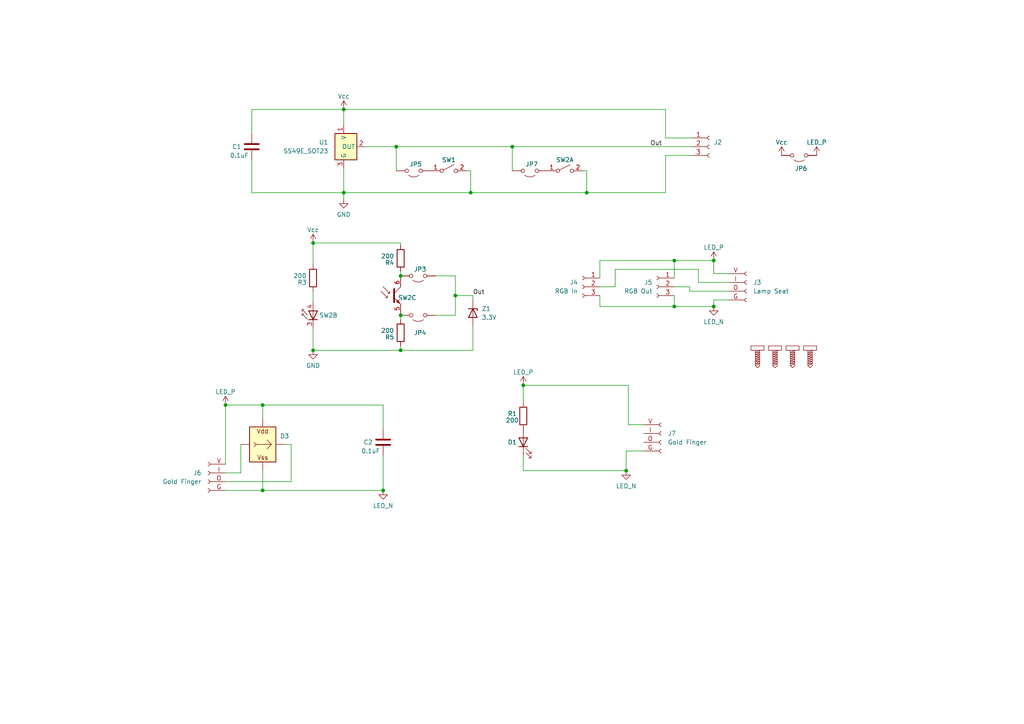
<source format=kicad_sch>
(kicad_sch (version 20250114) (generator "eeschema") (generator_version "9.0")
  (paper "A4")
  (lib_symbols
    (symbol "Connector:Conn_01x03_Socket" (pin_names (offset 1.016) (hide yes))
      (property "Reference" "J" (at 0 5.08 0))
      (property "Value" "Conn_01x03_Socket" (at 0 -5.08 0))
      (symbol "Conn_01x03_Socket_1_1"
        (polyline (pts (xy -1.27 2.54) (xy -0.508 2.54)) (stroke (width 0.1524)))
        (polyline (pts (xy -1.27 0) (xy -0.508 0)) (stroke (width 0.1524)))
        (polyline (pts (xy -1.27 -2.54) (xy -0.508 -2.54)) (stroke (width 0.1524)))
        (arc (start 0 2.032) (mid -0.5058 2.54) (end 0 3.048) (stroke (width 0.1524)))
        (arc (start 0 -0.508) (mid -0.5058 0) (end 0 0.508) (stroke (width 0.1524)))
        (arc (start 0 -3.048) (mid -0.5058 -2.54) (end 0 -2.032) (stroke (width 0.1524)))
        (pin passive line (at -5.08 2.54 0) (length 3.81) (name "Pin_1") (number "1"))
        (pin passive line (at -5.08 0 0) (length 3.81) (name "Pin_2") (number "2"))
        (pin passive line (at -5.08 -2.54 0) (length 3.81) (name "Pin_3") (number "3"))
      )
    )
    (symbol "Device:C" (pin_numbers (hide yes)) (pin_names (offset 0.254))
      (property "Reference" "C" (at 0.635 2.54 0))
      (property "Value" "C" (at 0.635 -2.54 0))
      (symbol "C_0_1"
        (polyline (pts (xy -2.032 0.762) (xy 2.032 0.762)) (stroke (width 0.508)))
        (polyline (pts (xy -2.032 -0.762) (xy 2.032 -0.762)) (stroke (width 0.508)))
      )
      (symbol "C_1_1"
        (pin passive line (at 0 3.81 270) (length 2.794) (name "~") (number "1"))
        (pin passive line (at 0 -3.81 90) (length 2.794) (name "~") (number "2"))
      )
    )
    (symbol "Device:D_Zener" (pin_numbers (hide yes)) (pin_names (offset 1.016) (hide yes))
      (property "Reference" "D" (at 0 2.54 0))
      (property "Value" "D_Zener" (at 0 -2.54 0))
      (symbol "D_Zener_0_1"
        (polyline (pts (xy -1.27 -1.27) (xy -1.27 1.27) (xy -0.762 1.27)) (stroke (width 0.254)))
        (polyline (pts (xy 1.27 0) (xy -1.27 0)))
        (polyline (pts (xy 1.27 -1.27) (xy 1.27 1.27) (xy -1.27 0) (xy 1.27 -1.27)) (stroke (width 0.254)))
      )
      (symbol "D_Zener_1_1"
        (pin passive line (at -3.81 0 0) (length 2.54) (name "K") (number "1"))
        (pin passive line (at 3.81 0 180) (length 2.54) (name "A") (number "2"))
      )
    )
    (symbol "Device:LED" (pin_numbers (hide yes)) (pin_names (offset 1.016) (hide yes))
      (property "Reference" "D" (at 0 2.54 0))
      (property "Value" "LED" (at 0 -2.54 0))
      (symbol "LED_0_1"
        (polyline (pts (xy -3.048 -0.762) (xy -4.572 -2.286) (xy -3.81 -2.286) (xy -4.572 -2.286) (xy -4.572 -1.524)))
        (polyline (pts (xy -1.778 -0.762) (xy -3.302 -2.286) (xy -2.54 -2.286) (xy -3.302 -2.286) (xy -3.302 -1.524)))
        (polyline (pts (xy -1.27 0) (xy 1.27 0)))
        (polyline (pts (xy -1.27 -1.27) (xy -1.27 1.27)) (stroke (width 0.254)))
        (polyline (pts (xy 1.27 -1.27) (xy 1.27 1.27) (xy -1.27 0) (xy 1.27 -1.27)) (stroke (width 0.254)))
      )
      (symbol "LED_1_1"
        (pin passive line (at -3.81 0 0) (length 2.54) (name "K") (number "1"))
        (pin passive line (at 3.81 0 180) (length 2.54) (name "A") (number "2"))
      )
    )
    (symbol "Device:R" (pin_numbers (hide yes)) (pin_names (offset 0))
      (property "Reference" "R" (at 2.032 0 90))
      (property "Value" "R" (at 0 0 90))
      (symbol "R_0_1"
        (rectangle (start -1.016 -2.54) (end 1.016 2.54) (stroke (width 0.254)))
      )
      (symbol "R_1_1"
        (pin passive line (at 0 3.81 270) (length 1.27) (name "~") (number "1"))
        (pin passive line (at 0 -3.81 90) (length 1.27) (name "~") (number "2"))
      )
    )
    (symbol "Jumper:Jumper_2_Open" (pin_numbers (hide yes)) (pin_names (offset 0) (hide yes))
      (property "Reference" "JP" (at 0 2.794 0))
      (property "Value" "Jumper_2_Open" (at 0 -2.286 0))
      (symbol "Jumper_2_Open_0_0"
        (circle (center -2.032 0) (radius 0.508))
        (circle (center 2.032 0) (radius 0.508))
      )
      (symbol "Jumper_2_Open_0_1"
        (arc (start -1.524 1.27) (mid 0 1.778) (end 1.524 1.27))
      )
      (symbol "Jumper_2_Open_1_1"
        (pin passive line (at -5.08 0 0) (length 2.54) (name "A") (number "1"))
        (pin passive line (at 5.08 0 180) (length 2.54) (name "B") (number "2"))
      )
    )
    (symbol "Switch:SW_SPST" (pin_names (offset 0) (hide yes))
      (property "Reference" "SW" (at 0 3.175 0))
      (property "Value" "SW_SPST" (at 0 -2.54 0))
      (symbol "SW_SPST_0_0"
        (circle (center -2.032 0) (radius 0.508))
        (polyline (pts (xy -1.524 0.254) (xy 1.524 1.778)))
        (circle (center 2.032 0) (radius 0.508))
      )
      (symbol "SW_SPST_1_1"
        (pin passive line (at -5.08 0 0) (length 2.54) (name "A") (number "1"))
        (pin passive line (at 5.08 0 180) (length 2.54) (name "B") (number "2"))
      )
    )
    (symbol "button:Lamp Seat" (pin_names (offset 1.016) (hide yes))
      (property "Reference" "J" (at 0 5.08 0))
      (property "Value" "Lamp Seat" (at 0 -7.62 0))
      (symbol "Lamp Seat_1_1"
        (polyline (pts (xy -1.27 2.54) (xy -0.508 2.54)) (stroke (width 0.1524)))
        (polyline (pts (xy -1.27 0) (xy -0.508 0)) (stroke (width 0.1524)))
        (polyline (pts (xy -1.27 -2.54) (xy -0.508 -2.54)) (stroke (width 0.1524)))
        (polyline (pts (xy -1.27 -5.08) (xy -0.508 -5.08)) (stroke (width 0.1524)))
        (arc (start 0 2.032) (mid -0.5058 2.54) (end 0 3.048) (stroke (width 0.1524)))
        (arc (start 0 -0.508) (mid -0.5058 0) (end 0 0.508) (stroke (width 0.1524)))
        (arc (start 0 -3.048) (mid -0.5058 -2.54) (end 0 -2.032) (stroke (width 0.1524)))
        (arc (start 0 -5.588) (mid -0.5058 -5.08) (end 0 -4.572) (stroke (width 0.1524)))
        (pin power_in line (at -5.08 2.54 0) (length 3.81) (name "V") (number "V"))
        (pin input line (at -5.08 0 0) (length 3.81) (name "In") (number "I"))
        (pin output line (at -5.08 -2.54 0) (length 3.81) (name "Out") (number "O"))
        (pin power_in line (at -5.08 -5.08 0) (length 3.81) (name "G") (number "G"))
      )
    )
    (symbol "button:M2_Screw"
      (symbol "M2_Screw_0_1"
        (rectangle (start -1.905 2.54) (end 1.905 1.27))
        (polyline (pts (xy -0.635 1.27) (xy -0.635 -3.175) (xy 0 -3.81) (xy 0.635 -3.175) (xy 0.635 1.27) (xy -0.635 0.635) (xy 0 0.635) (xy 0.635 0.635) (xy -0.635 0) (xy 0.635 0) (xy -0.635 -0.635) (xy 0.635 -0.635) (xy -0.635 -1.27) (xy 0.635 -1.27) (xy -0.635 -1.905) (xy 0.635 -1.905) (xy -0.635 -2.54) (xy 0.635 -2.54) (xy -0.635 -3.175)))
      )
    )
    (symbol "button:SS49E_SOT23"
      (property "Reference" "U" (at 2.54 11.43 0))
      (property "Value" "SS49E_SOT23" (at 2.54 8.89 0))
      (symbol "SS49E_SOT23_0_1"
        (rectangle (start -2.54 3.81) (end 3.81 -3.81) (stroke (width 0.254)) (fill (type background)))
      )
      (symbol "SS49E_SOT23_1_1"
        (pin power_in line (at 0 6.35 270) (length 2.54) (name "V") (number "1"))
        (pin power_in line (at 0 -6.35 90) (length 2.54) (name "G") (number "3"))
        (pin output line (at 6.35 0 180) (length 2.54) (name "OUT") (number "2"))
      )
    )
    (symbol "button:SW_IR_COMBO" (pin_names (offset 0) (hide yes))
      (property "Reference" "SW" (at 0 4.572 0))
      (property "Value" "SW_IR_COMBO" (at 0.254 -4.064 0))
      (symbol "SW_IR_COMBO_1_0"
        (circle (center -2.032 0) (radius 0.508))
        (polyline (pts (xy -1.524 0.254) (xy 1.524 1.778)))
        (circle (center 2.032 0) (radius 0.508))
      )
      (symbol "SW_IR_COMBO_1_1"
        (pin passive line (at -5.08 0 0) (length 2.54) (name "A") (number "1"))
        (pin passive line (at 5.08 0 180) (length 2.54) (name "B") (number "2"))
      )
      (symbol "SW_IR_COMBO_2_1"
        (polyline (pts (xy -1.27 1.27) (xy -1.27 -1.27)) (stroke (width 0.254)))
        (polyline (pts (xy -1.143 1.651) (xy 0.381 3.175) (xy 0.381 2.667) (xy 0.381 3.175) (xy -0.127 3.175)))
        (polyline (pts (xy 0.127 1.651) (xy 1.651 3.175) (xy 1.651 2.667)))
        (polyline (pts (xy 1.27 1.27) (xy -1.27 0) (xy 1.27 -1.27) (xy 1.27 1.27)) (stroke (width 0.254)))
        (polyline (pts (xy 1.27 0) (xy -1.27 0)))
        (polyline (pts (xy 1.651 3.175) (xy 1.143 3.175)))
        (pin passive line (at -3.81 0 0) (length 2.54) (name "K") (number "3"))
        (pin passive line (at 3.81 0 180) (length 2.54) (name "A") (number "4"))
      )
      (symbol "SW_IR_COMBO_3_1"
        (polyline (pts (xy -5.715 0) (xy -3.81 -1.905) (xy -3.81 -1.27)))
        (polyline (pts (xy -5.08 1.27) (xy -3.175 -0.635) (xy -3.175 0)))
        (polyline (pts (xy -3.81 -1.905) (xy -4.445 -1.905)))
        (polyline (pts (xy -3.175 -0.635) (xy -3.81 -0.635)))
        (polyline (pts (xy -1.905 0.635) (xy -1.905 -3.175)) (stroke (width 0.508)))
        (polyline (pts (xy -1.905 -0.635) (xy 0 1.27)))
        (polyline (pts (xy -1.905 -1.905) (xy 0 -3.81)))
        (polyline (pts (xy -1.27 -3.048) (xy -0.762 -2.54) (xy -0.254 -3.556) (xy -1.27 -3.048)) (fill (type outline)))
        (pin passive line (at 0 3.81 270) (length 2.54) (name "C") (number "6"))
        (pin passive line (at 0 -6.35 90) (length 2.54) (name "E") (number "5"))
      )
    )
    (symbol "button:WS2812B_Unified" (pin_numbers (hide yes)) (pin_names (offset 0.254) (hide yes))
      (property "Reference" "D10" (at 2.54 6.35 0))
      (symbol "WS2812B_Unified_0_0"
        (polyline (pts (xy -1.905 0) (xy 2.54 0) (xy 1.27 1.27)))
        (text "Vdd" (at 0 3.81 0) (effects (font (size 1.27 1.27))))
        (text "Vss" (at 0 -3.81 0) (effects (font (size 1.27 1.27))))
      )
      (symbol "WS2812B_Unified_0_1"
        (rectangle (start -3.81 5.08) (end 3.81 -5.08) (stroke (width 0.254)) (fill (type background)))
        (polyline (pts (xy -2.54 0.635) (xy -1.905 0) (xy -2.54 -0.635)))
        (polyline (pts (xy 1.27 -1.27) (xy 2.54 0)))
      )
      (symbol "WS2812B_Unified_1_1"
        (pin input line (at -6.35 0 0) (length 2.54) (name "In") (number "I"))
        (pin power_in line (at 0 7.62 270) (length 2.54) (name "VDD") (number "V"))
        (pin power_in line (at 0 -7.62 90) (length 2.54) (name "VSS") (number "G"))
        (pin output line (at 6.35 0 180) (length 2.54) (name "Out") (number "O"))
      )
    )
    (symbol "power:GND" (power) (pin_numbers (hide yes)) (pin_names (offset 0) (hide yes))
      (property "Value" "GND" (at 0 -3.81 0))
      (symbol "GND_0_1"
        (polyline (pts (xy 0 0) (xy 0 -1.27) (xy 1.27 -1.27) (xy 0 -2.54) (xy -1.27 -1.27) (xy 0 -1.27)))
      )
      (symbol "GND_1_1"
        (pin power_in line (at 0 0 270) (length 0) (name "~") (number "1"))
      )
    )
    (symbol "power:VCC" (power) (pin_numbers (hide yes)) (pin_names (offset 0) (hide yes))
      (property "Value" "VCC" (at 0 3.556 0))
      (symbol "VCC_0_1"
        (polyline (pts (xy -0.762 1.27) (xy 0 2.54)))
        (polyline (pts (xy 0 2.54) (xy 0.762 1.27)))
        (polyline (pts (xy 0 0) (xy 0 2.54)))
      )
      (symbol "VCC_1_1"
        (pin power_in line (at 0 0 90) (length 0) (name "~") (number "1"))
      )
    )
  )
  (junction (at 90.805 70.485))
  (junction (at 116.205 101.6))
  (junction (at 99.695 55.88))
  (junction (at 76.2 117.475))
  (junction (at 195.58 88.9))
  (junction (at 111.125 142.24))
  (junction (at 65.405 117.475))
  (junction (at 136.525 55.88))
  (junction (at 114.935 42.545))
  (junction (at 116.205 91.44))
  (junction (at 116.205 80.01))
  (junction (at 207.01 75.565))
  (junction (at 148.59 42.545))
  (junction (at 132.08 85.725))
  (junction (at 76.2 142.24))
  (junction (at 90.805 101.6))
  (junction (at 195.58 75.565))
  (junction (at 207.01 88.9))
  (junction (at 170.18 55.88))
  (junction (at 99.695 31.75))
  (junction (at 151.765 111.76))
  (junction (at 181.61 136.525))
  (wire (pts (xy 116.205 70.485) (xy 116.205 71.12)))
  (wire (pts (xy 116.205 80.01) (xy 116.205 80.645)))
  (wire (pts (xy 170.18 49.53) (xy 170.18 55.88)))
  (wire (pts (xy 90.805 95.25) (xy 90.805 101.6)))
  (wire (pts (xy 173.99 75.565) (xy 195.58 75.565)))
  (wire (pts (xy 84.455 139.7) (xy 65.405 139.7)))
  (wire (pts (xy 173.99 75.565) (xy 173.99 80.645)))
  (wire (pts (xy 173.99 83.185) (xy 178.435 83.185)))
  (wire (pts (xy 202.565 81.915) (xy 211.455 81.915)))
  (wire (pts (xy 132.08 85.725) (xy 132.08 91.44)))
  (wire (pts (xy 207.01 88.9) (xy 195.58 88.9)))
  (wire (pts (xy 132.08 80.01) (xy 126.365 80.01)))
  (wire (pts (xy 151.765 132.08) (xy 151.765 136.525)))
  (wire (pts (xy 168.91 49.53) (xy 170.18 49.53)))
  (wire (pts (xy 136.525 55.88) (xy 170.18 55.88)))
  (wire (pts (xy 200.025 84.455) (xy 211.455 84.455)))
  (wire (pts (xy 195.58 75.565) (xy 195.58 80.645)))
  (wire (pts (xy 90.805 84.455) (xy 90.805 87.63)))
  (wire (pts (xy 193.04 31.75) (xy 193.04 40.005)))
  (wire (pts (xy 132.08 91.44) (xy 126.365 91.44)))
  (wire (pts (xy 195.58 85.725) (xy 195.58 88.9)))
  (wire (pts (xy 116.205 101.6) (xy 90.805 101.6)))
  (wire (pts (xy 69.85 137.16) (xy 69.85 128.905)))
  (wire (pts (xy 90.805 70.485) (xy 90.805 76.835)))
  (wire (pts (xy 99.695 55.88) (xy 136.525 55.88)))
  (wire (pts (xy 148.59 42.545) (xy 148.59 49.53)))
  (wire (pts (xy 193.04 40.005) (xy 200.66 40.005)))
  (wire (pts (xy 200.66 45.085) (xy 193.04 45.085)))
  (wire (pts (xy 99.695 55.88) (xy 99.695 48.895)))
  (wire (pts (xy 202.565 78.105) (xy 202.565 81.915)))
  (wire (pts (xy 170.18 55.88) (xy 193.04 55.88)))
  (wire (pts (xy 207.01 88.9) (xy 207.01 86.995)))
  (wire (pts (xy 116.205 100.33) (xy 116.205 101.6)))
  (wire (pts (xy 76.2 136.525) (xy 76.2 142.24)))
  (wire (pts (xy 148.59 42.545) (xy 200.66 42.545)))
  (wire (pts (xy 65.405 117.475) (xy 76.2 117.475)))
  (wire (pts (xy 76.2 142.24) (xy 111.125 142.24)))
  (wire (pts (xy 132.08 85.725) (xy 132.08 80.01)))
  (wire (pts (xy 200.025 83.185) (xy 200.025 84.455)))
  (wire (pts (xy 73.025 31.75) (xy 73.025 38.735)))
  (wire (pts (xy 99.695 31.75) (xy 99.695 36.195)))
  (wire (pts (xy 65.405 142.24) (xy 76.2 142.24)))
  (wire (pts (xy 137.16 101.6) (xy 116.205 101.6)))
  (wire (pts (xy 116.205 91.44) (xy 116.205 90.805)))
  (wire (pts (xy 207.01 75.565) (xy 207.01 79.375)))
  (wire (pts (xy 137.16 85.725) (xy 137.16 86.995)))
  (wire (pts (xy 136.525 49.53) (xy 135.255 49.53)))
  (wire (pts (xy 137.16 94.615) (xy 137.16 101.6)))
  (wire (pts (xy 65.405 137.16) (xy 69.85 137.16)))
  (wire (pts (xy 181.61 130.81) (xy 181.61 136.525)))
  (wire (pts (xy 114.935 42.545) (xy 148.59 42.545)))
  (wire (pts (xy 73.025 55.88) (xy 99.695 55.88)))
  (wire (pts (xy 195.58 75.565) (xy 207.01 75.565)))
  (wire (pts (xy 132.08 85.725) (xy 137.16 85.725)))
  (wire (pts (xy 151.765 111.76) (xy 151.765 116.84)))
  (wire (pts (xy 195.58 88.9) (xy 173.99 88.9)))
  (wire (pts (xy 65.405 117.475) (xy 65.405 134.62)))
  (wire (pts (xy 116.205 70.485) (xy 90.805 70.485)))
  (wire (pts (xy 207.01 79.375) (xy 211.455 79.375)))
  (wire (pts (xy 99.695 31.75) (xy 193.04 31.75)))
  (wire (pts (xy 76.2 121.285) (xy 76.2 117.475)))
  (wire (pts (xy 136.525 49.53) (xy 136.525 55.88)))
  (wire (pts (xy 186.69 130.81) (xy 181.61 130.81)))
  (wire (pts (xy 186.69 123.19) (xy 182.245 123.19)))
  (wire (pts (xy 173.99 85.725) (xy 173.99 88.9)))
  (wire (pts (xy 178.435 83.185) (xy 178.435 78.105)))
  (wire (pts (xy 193.04 45.085) (xy 193.04 55.88)))
  (wire (pts (xy 111.125 117.475) (xy 111.125 124.46)))
  (wire (pts (xy 99.695 31.75) (xy 73.025 31.75)))
  (wire (pts (xy 73.025 46.355) (xy 73.025 55.88)))
  (wire (pts (xy 84.455 128.905) (xy 84.455 139.7)))
  (wire (pts (xy 99.695 57.785) (xy 99.695 55.88)))
  (wire (pts (xy 178.435 78.105) (xy 202.565 78.105)))
  (wire (pts (xy 111.125 132.08) (xy 111.125 142.24)))
  (wire (pts (xy 116.205 92.71) (xy 116.205 91.44)))
  (wire (pts (xy 182.245 111.76) (xy 182.245 123.19)))
  (wire (pts (xy 207.01 86.995) (xy 211.455 86.995)))
  (wire (pts (xy 116.205 78.74) (xy 116.205 80.01)))
  (wire (pts (xy 195.58 83.185) (xy 200.025 83.185)))
  (wire (pts (xy 106.045 42.545) (xy 114.935 42.545)))
  (wire (pts (xy 151.765 111.76) (xy 182.245 111.76)))
  (wire (pts (xy 114.935 42.545) (xy 114.935 49.53)))
  (wire (pts (xy 82.55 128.905) (xy 84.455 128.905)))
  (wire (pts (xy 151.765 136.525) (xy 181.61 136.525)))
  (wire (pts (xy 76.2 117.475) (xy 111.125 117.475)))
  (label "Out" (at 137.16 85.725 0))
  (label "Out" (at 188.595 42.545 0))
  (symbol (lib_id "Jumper:Jumper_2_Open") (at 121.285 91.44 180) (unit 1)
    (property "Reference" "JP4" (at 120.015 96.52 0) (effects (justify right)))
    (property "Value" "e" (effects (hide yes)))
    (property "Footprint" "button:SolderJump" (effects (hide yes)))
    (property "Description" "Jumper, 2-pole, open" (effects (hide yes)))
  )
  (symbol (lib_id "Device:R") (at 90.805 80.645 180) (unit 1)
    (property "Reference" "R3" (at 87.63 81.915 0))
    (property "Value" "200" (at 86.995 80.01 0))
    (property "Footprint" "Resistor_SMD:R_0805_2012Metric_Pad1.20x1.40mm_HandSolder" (effects (hide yes)))
    (property "Description" "Resistor" (effects (hide yes)))
  )
  (symbol (lib_id "Device:R") (at 116.205 96.52 180) (unit 1)
    (property "Reference" "R5" (at 113.03 97.79 0))
    (property "Value" "200" (at 112.395 95.885 0))
    (property "Footprint" "Resistor_SMD:R_0805_2012Metric" (effects (hide yes)))
    (property "Description" "Resistor" (effects (hide yes)))
  )
  (symbol (lib_id "button:M2_Screw") (at 224.79 102.87 0) (unit 1)
    (property "Reference" "S2" (effects (hide yes)))
    (property "Footprint" "button:M2_Screw" (effects (hide yes)))
  )
  (symbol (lib_id "power:GND") (at 99.695 57.785 0) (unit 1)
    (property "Reference" "#PWR02" (effects (hide yes)))
    (property "Value" "GND" (at 99.695 62.23 0))
    (property "Description" "Power symbol creates a global label with name \"GND\" , ground" (effects (hide yes)))
  )
  (symbol (lib_id "Jumper:Jumper_2_Open") (at 153.67 49.53 180) (unit 1)
    (property "Reference" "JP7" (at 152.4 47.625 0) (effects (justify right)))
    (property "Value" "sw2" (effects (hide yes)))
    (property "Footprint" "button:SolderJump" (effects (hide yes)))
    (property "Description" "Jumper, 2-pole, open" (effects (hide yes)))
  )
  (symbol (lib_id "button:Lamp Seat") (at 191.77 125.73 0) (unit 1)
    (property "Reference" "J7" (at 193.675 125.7299 0) (effects (justify left)))
    (property "Value" "Gold Finger" (at 193.675 128.2699 0) (effects (justify left)))
    (property "Footprint" "button:GoldFinger" (effects (hide yes)))
  )
  (symbol (lib_id "button:SW_IR_COMBO") (at 163.83 49.53 0) (unit 1)
    (property "Reference" "SW2" (at 163.83 46.355 0))
    (property "Value" "Choc and IR Pair" (effects (hide yes)))
    (property "Footprint" "button:SW_Kailh_Choc_IR_Combo" (effects (hide yes)))
  )
  (symbol (lib_id "power:VCC") (at 207.01 75.565 0) (unit 1)
    (property "Reference" "#PWR03" (effects (hide yes)))
    (property "Value" "LED_P" (at 207.01 71.755 0))
    (property "Description" "Power symbol creates a global label with name \"VCC\"" (effects (hide yes)))
  )
  (symbol (lib_id "button:SW_IR_COMBO") (at 90.805 91.44 90) (unit 2)
    (property "Reference" "SW2" (at 95.25 91.44 90))
    (property "Value" "Choc and IR Pair" (effects (hide yes)))
    (property "Footprint" "button:SW_Kailh_Choc_IR_Combo" (effects (hide yes)))
  )
  (symbol (lib_id "Jumper:Jumper_2_Open") (at 121.285 80.01 180) (unit 1)
    (property "Reference" "JP3" (at 120.015 78.105 0) (effects (justify right)))
    (property "Value" "c" (effects (hide yes)))
    (property "Footprint" "button:SolderJump" (effects (hide yes)))
    (property "Description" "Jumper, 2-pole, open" (effects (hide yes)))
  )
  (symbol (lib_id "button:Lamp Seat") (at 216.535 81.915 0) (unit 1)
    (property "Reference" "J3" (at 218.44 81.9149 0) (effects (justify left)))
    (property "Value" "Lamp Seat" (at 218.44 84.4549 0) (effects (justify left)))
    (property "Footprint" "button:LampSeat" (effects (hide yes)))
  )
  (symbol (lib_id "power:VCC") (at 65.405 117.475 0) (unit 1)
    (property "Reference" "#PWR05" (effects (hide yes)))
    (property "Value" "LED_P" (at 65.405 113.665 0))
    (property "Description" "Power symbol creates a global label with name \"VCC\"" (effects (hide yes)))
  )
  (symbol (lib_id "button:M2_Screw") (at 229.87 102.87 0) (unit 1)
    (property "Reference" "S3" (effects (hide yes)))
    (property "Footprint" "button:M2_Screw" (effects (hide yes)))
  )
  (symbol (lib_id "Jumper:Jumper_2_Open") (at 120.015 49.53 180) (unit 1)
    (property "Reference" "JP5" (at 118.745 47.625 0) (effects (justify right)))
    (property "Value" "sw1" (effects (hide yes)))
    (property "Footprint" "button:SolderJump" (effects (hide yes)))
    (property "Description" "Jumper, 2-pole, open" (effects (hide yes)))
  )
  (symbol (lib_id "Connector:Conn_01x03_Socket") (at 190.5 83.185 0) (mirror y) (unit 1)
    (property "Reference" "J5" (at 189.23 81.9149 0) (effects (justify left)))
    (property "Value" "RGB Out" (at 189.23 84.4549 0) (effects (justify left)))
    (property "Footprint" "button:SH1.0_3P_Solder_Combo" (effects (hide yes)))
    (property "Description" "Generic connector, single row, 01x03, script generated" (effects (hide yes)))
  )
  (symbol (lib_id "Connector:Conn_01x03_Socket") (at 205.74 42.545 0) (unit 1)
    (property "Reference" "J2" (at 207.01 41.2749 0) (effects (justify left)))
    (property "Value" "Conn_01x03_Socket" (effects (hide yes)))
    (property "Footprint" "button:SH1.0_3P_Solder_Combo" (effects (hide yes)))
    (property "Description" "Generic connector, single row, 01x03, script generated" (effects (hide yes)))
  )
  (symbol (lib_id "button:SW_IR_COMBO") (at 116.205 84.455 0) (unit 3)
    (property "Reference" "SW2" (at 118.11 86.36 0))
    (property "Value" "Choc and IR Pair" (effects (hide yes)))
    (property "Footprint" "button:SW_Kailh_Choc_IR_Combo" (effects (hide yes)))
  )
  (symbol (lib_id "power:VCC") (at 99.695 31.75 0) (unit 1)
    (property "Reference" "#PWR01" (effects (hide yes)))
    (property "Value" "Vcc" (at 99.695 27.94 0))
    (property "Description" "Power symbol creates a global label with name \"VCC\"" (effects (hide yes)))
  )
  (symbol (lib_id "power:VCC") (at 151.765 111.76 0) (unit 1)
    (property "Reference" "#PWR07" (effects (hide yes)))
    (property "Value" "LED_P" (at 151.765 107.95 0))
    (property "Description" "Power symbol creates a global label with name \"VCC\"" (effects (hide yes)))
  )
  (symbol (lib_id "Device:R") (at 151.765 120.65 0) (unit 1)
    (property "Reference" "R1" (at 148.59 120.015 0))
    (property "Value" "200" (at 148.59 121.92 0))
    (property "Footprint" "Resistor_SMD:R_0805_2012Metric_Pad1.20x1.40mm_HandSolder" (effects (hide yes)))
    (property "Description" "Resistor" (effects (hide yes)))
  )
  (symbol (lib_id "power:VCC") (at 90.805 70.485 0) (unit 1)
    (property "Reference" "#PWR011" (effects (hide yes)))
    (property "Value" "Vcc" (at 90.805 66.675 0))
    (property "Description" "Power symbol creates a global label with name \"VCC\"" (effects (hide yes)))
  )
  (symbol (lib_id "Switch:SW_SPST") (at 130.175 49.53 0) (unit 1)
    (property "Reference" "SW1" (at 130.175 46.355 0))
    (property "Footprint" "button:Choc_HE" (effects (hide yes)))
    (property "Description" "Single Pole Single Throw (SPST) switch" (effects (hide yes)))
  )
  (symbol (lib_id "Device:C") (at 111.125 128.27 180) (unit 1)
    (property "Reference" "C2" (at 105.41 128.27 0) (effects (justify right)))
    (property "Value" "0.1uF" (at 104.775 130.81 0) (effects (justify right)))
    (property "Footprint" "Capacitor_SMD:C_0805_2012Metric_Pad1.18x1.45mm_HandSolder" (effects (hide yes)))
    (property "Description" "Unpolarized capacitor" (effects (hide yes)))
  )
  (symbol (lib_id "power:VCC") (at 226.695 45.085 0) (unit 1)
    (property "Reference" "#PWR014" (effects (hide yes)))
    (property "Value" "Vcc" (at 226.695 41.275 0))
    (property "Description" "Power symbol creates a global label with name \"VCC\"" (effects (hide yes)))
  )
  (symbol (lib_id "Device:C") (at 73.025 42.545 180) (unit 1)
    (property "Reference" "C1" (at 67.31 42.545 0) (effects (justify right)))
    (property "Value" "0.1uF" (at 66.675 45.085 0) (effects (justify right)))
    (property "Footprint" "Capacitor_SMD:C_0603_1608Metric_Pad1.08x0.95mm_HandSolder" (effects (hide yes)))
    (property "Description" "Unpolarized capacitor" (effects (hide yes)))
  )
  (symbol (lib_id "button:M2_Screw") (at 219.71 102.87 0) (unit 1)
    (property "Reference" "S1" (effects (hide yes)))
    (property "Footprint" "button:M2_Screw" (effects (hide yes)))
  )
  (symbol (lib_id "power:GND") (at 111.125 142.24 0) (unit 1)
    (property "Reference" "#PWR06" (effects (hide yes)))
    (property "Value" "LED_N" (at 111.125 146.685 0))
    (property "Description" "Power symbol creates a global label with name \"GND\" , ground" (effects (hide yes)))
  )
  (symbol (lib_id "Jumper:Jumper_2_Open") (at 231.775 45.085 180) (unit 1)
    (property "Reference" "JP6" (at 230.505 48.895 0) (effects (justify right)))
    (property "Value" "LEDP-V" (effects (hide yes)))
    (property "Footprint" "button:SolderJump" (effects (hide yes)))
    (property "Description" "Jumper, 2-pole, open" (effects (hide yes)))
  )
  (symbol (lib_id "power:GND") (at 207.01 88.9 0) (unit 1)
    (property "Reference" "#PWR04" (effects (hide yes)))
    (property "Value" "LED_N" (at 207.01 93.345 0))
    (property "Description" "Power symbol creates a global label with name \"GND\" , ground" (effects (hide yes)))
  )
  (symbol (lib_id "button:SS49E_SOT23") (at 99.695 42.545 0) (unit 1)
    (property "Reference" "U1" (at 95.25 41.2749 0) (effects (justify right)))
    (property "Value" "SS49E_SOT23" (at 95.25 43.8149 0) (effects (justify right)))
    (property "Footprint" "button:SOT-23-FAT" (effects (hide yes)))
  )
  (symbol (lib_id "power:GND") (at 90.805 101.6 0) (unit 1)
    (property "Reference" "#PWR012" (effects (hide yes)))
    (property "Value" "GND" (at 90.805 106.045 0))
    (property "Description" "Power symbol creates a global label with name \"GND\" , ground" (effects (hide yes)))
  )
  (symbol (lib_id "Connector:Conn_01x03_Socket") (at 168.91 83.185 0) (mirror y) (unit 1)
    (property "Reference" "J4" (at 167.64 81.9149 0) (effects (justify left)))
    (property "Value" "RGB In" (at 167.64 84.4549 0) (effects (justify left)))
    (property "Footprint" "button:SH1.0_3P_Solder_Combo" (effects (hide yes)))
    (property "Description" "Generic connector, single row, 01x03, script generated" (effects (hide yes)))
  )
  (symbol (lib_id "button:WS2812B_Unified") (at 76.2 128.905 0) (unit 1)
    (property "Reference" "D3" (at 82.55 126.4918 0))
    (property "Value" "WS2812B_Unified" (effects (hide yes)))
    (property "Footprint" "button:WS2812B-DIP" (effects (hide yes)))
    (property "Description" "RGB LED with integrated controller" (effects (hide yes)))
  )
  (symbol (lib_id "button:M2_Screw") (at 234.95 102.87 0) (unit 1)
    (property "Reference" "S4" (effects (hide yes)))
    (property "Footprint" "button:M2_Screw" (effects (hide yes)))
  )
  (symbol (lib_id "Device:R") (at 116.205 74.93 180) (unit 1)
    (property "Reference" "R4" (at 113.03 76.2 0))
    (property "Value" "200" (at 112.395 74.295 0))
    (property "Footprint" "Resistor_SMD:R_0805_2012Metric" (effects (hide yes)))
    (property "Description" "Resistor" (effects (hide yes)))
  )
  (symbol (lib_id "power:GND") (at 181.61 136.525 0) (unit 1)
    (property "Reference" "#PWR08" (effects (hide yes)))
    (property "Value" "LED_N" (at 181.61 140.97 0))
    (property "Description" "Power symbol creates a global label with name \"GND\" , ground" (effects (hide yes)))
  )
  (symbol (lib_id "Device:D_Zener") (at 137.16 90.805 270) (unit 1)
    (property "Reference" "Z1" (at 139.7 89.5349 90) (effects (justify left)))
    (property "Value" "3.3V" (at 139.7 92.0749 90) (effects (justify left)))
    (property "Footprint" "Diode_SMD:D_SOD-123F" (effects (hide yes)))
    (property "Description" "Zener diode" (effects (hide yes)))
  )
  (symbol (lib_id "Device:LED") (at 151.765 128.27 90) (unit 1)
    (property "Reference" "D1" (at 148.59 128.27 90))
    (property "Value" "LED" (effects (hide yes)))
    (property "Footprint" "button:DIPLED" (effects (hide yes)))
    (property "Description" "Light emitting diode" (effects (hide yes)))
    (property "Sim.Pins" "1=K 2=A" (effects (hide yes)))
  )
  (symbol (lib_id "power:VCC") (at 236.855 45.085 0) (unit 1)
    (property "Reference" "#PWR013" (effects (hide yes)))
    (property "Value" "LED_P" (at 236.855 41.275 0))
    (property "Description" "Power symbol creates a global label with name \"VCC\"" (effects (hide yes)))
  )
  (symbol (lib_id "button:Lamp Seat") (at 60.325 137.16 0) (mirror y) (unit 1)
    (property "Reference" "J6" (at 58.42 137.1599 0) (effects (justify left)))
    (property "Value" "Gold Finger" (at 58.42 139.6999 0) (effects (justify left)))
    (property "Footprint" "button:GoldFinger" (effects (hide yes)))
  )
)
</source>
